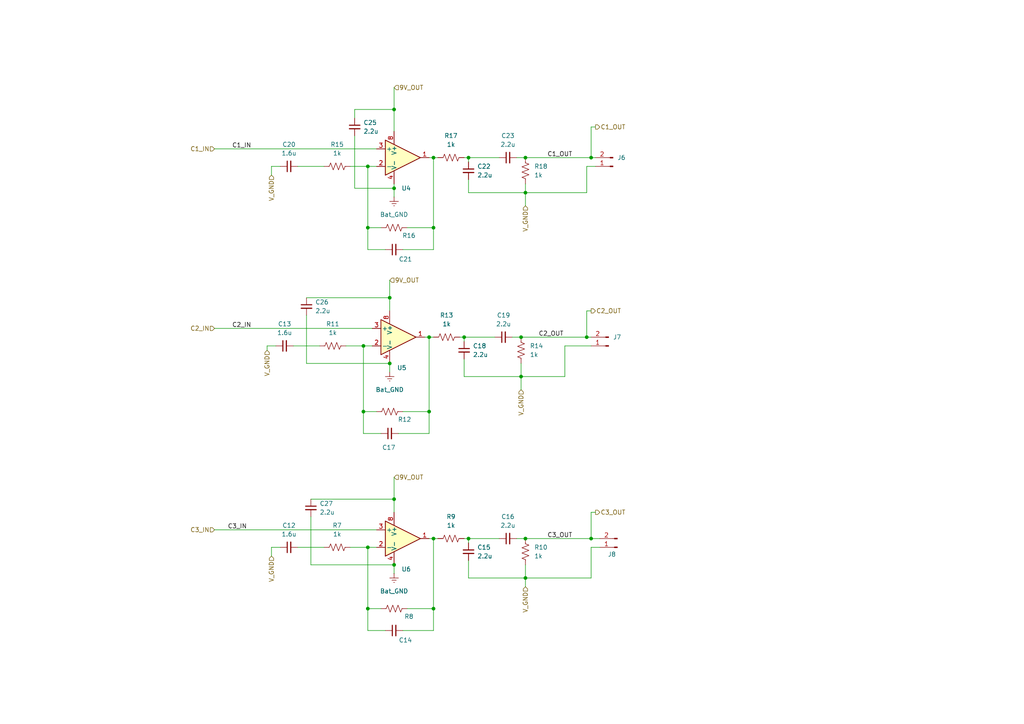
<source format=kicad_sch>
(kicad_sch (version 20250114) (generator "eeschema") (generator_version "9.0")
  (paper "A4")
  (lib_symbols
    (symbol "Connector:Conn_01x02_Pin" (pin_names (offset 1.016) (hide yes))
      (property "Reference" "J" (at 0 2.54 0))
      (property "Value" "Conn_01x02_Pin" (at 0 -5.08 0))
      (symbol "Conn_01x02_Pin_1_1"
        (rectangle (start 0.8636 0.127) (end 0 -0.127) (stroke (width 0.1524)) (fill (type outline)))
        (rectangle (start 0.8636 -2.413) (end 0 -2.667) (stroke (width 0.1524)) (fill (type outline)))
        (polyline (pts (xy 1.27 0) (xy 0.8636 0)) (stroke (width 0.1524)))
        (polyline (pts (xy 1.27 -2.54) (xy 0.8636 -2.54)) (stroke (width 0.1524)))
        (pin passive line (at 5.08 0 180) (length 3.81) (name "Pin_1") (number "1"))
        (pin passive line (at 5.08 -2.54 180) (length 3.81) (name "Pin_2") (number "2"))
      )
    )
    (symbol "Device:C_Small" (pin_numbers (hide yes)) (pin_names (offset 0.254) (hide yes))
      (property "Reference" "C" (at 0.254 1.778 0))
      (property "Value" "C_Small" (at 0.254 -2.032 0))
      (symbol "C_Small_0_1"
        (polyline (pts (xy -1.524 0.508) (xy 1.524 0.508)) (stroke (width 0.3048)))
        (polyline (pts (xy -1.524 -0.508) (xy 1.524 -0.508)) (stroke (width 0.3302)))
      )
      (symbol "C_Small_1_1"
        (pin passive line (at 0 2.54 270) (length 2.032) (name "~") (number "1"))
        (pin passive line (at 0 -2.54 90) (length 2.032) (name "~") (number "2"))
      )
    )
    (symbol "Device:R_US" (pin_numbers (hide yes)) (pin_names (offset 0))
      (property "Reference" "R" (at 2.54 0 90))
      (property "Value" "R_US" (at -2.54 0 90))
      (symbol "R_US_0_1"
        (polyline (pts (xy 0 2.286) (xy 0 2.54)))
        (polyline (pts (xy 0 2.286) (xy 1.016 1.905) (xy 0 1.524) (xy -1.016 1.143) (xy 0 0.762)))
        (polyline (pts (xy 0 0.762) (xy 1.016 0.381) (xy 0 0) (xy -1.016 -0.381) (xy 0 -0.762)))
        (polyline (pts (xy 0 -0.762) (xy 1.016 -1.143) (xy 0 -1.524) (xy -1.016 -1.905) (xy 0 -2.286)))
        (polyline (pts (xy 0 -2.286) (xy 0 -2.54)))
      )
      (symbol "R_US_1_1"
        (pin passive line (at 0 3.81 270) (length 1.27) (name "~") (number "1"))
        (pin passive line (at 0 -3.81 90) (length 1.27) (name "~") (number "2"))
      )
    )
    (symbol "OPAMP_1" (pin_names (offset 0.254))
      (property "Reference" "U3" (at 7.62 5.1502 0))
      (property "Value" "${SIM.PARAMS}" (at 7.62 3.2451 0))
      (symbol "OPAMP_1_0_1"
        (polyline (pts (xy 5.08 0) (xy -5.08 5.08) (xy -5.08 -5.08) (xy 5.08 0)) (stroke (width 0.254)) (fill (type background)))
      )
      (symbol "OPAMP_1_1_1"
        (pin input line (at -7.62 2.54 0) (length 2.54) (name "+") (number "3"))
        (pin input line (at -7.62 -2.54 0) (length 2.54) (name "-") (number "2"))
        (pin power_in line (at -2.54 7.62 270) (length 3.81) (name "V+") (number "8"))
        (pin power_in line (at -2.54 -7.62 90) (length 3.81) (name "V-") (number "4"))
        (pin output line (at 7.62 0 180) (length 2.54) (name "~") (number "1"))
      )
    )
    (symbol "power:GNDREF" (power) (pin_numbers (hide yes)) (pin_names (offset 0) (hide yes))
      (property "Value" "GNDREF" (at 0 -3.81 0))
      (symbol "GNDREF_0_1"
        (polyline (pts (xy -0.635 -1.905) (xy 0.635 -1.905)))
        (polyline (pts (xy -0.127 -2.54) (xy 0.127 -2.54)))
        (polyline (pts (xy 0 -1.27) (xy 0 0)))
        (polyline (pts (xy 1.27 -1.27) (xy -1.27 -1.27)))
      )
      (symbol "GNDREF_1_1"
        (pin power_in line (at 0 0 270) (length 0) (name "~") (number "1"))
      )
    )
  )
  (junction (at 171.45 45.72))
  (junction (at 105.41 100.33))
  (junction (at 124.46 97.79))
  (junction (at 151.13 97.79))
  (junction (at 125.73 176.53))
  (junction (at 152.4 156.21))
  (junction (at 151.13 109.22))
  (junction (at 152.4 55.88))
  (junction (at 114.3 54.61))
  (junction (at 152.4 167.64))
  (junction (at 113.03 105.41))
  (junction (at 105.41 119.38))
  (junction (at 135.89 45.72))
  (junction (at 135.89 156.21))
  (junction (at 125.73 45.72))
  (junction (at 106.68 48.26))
  (junction (at 106.68 176.53))
  (junction (at 171.45 156.21))
  (junction (at 106.68 158.75))
  (junction (at 152.4 45.72))
  (junction (at 170.18 97.79))
  (junction (at 124.46 119.38))
  (junction (at 106.68 66.04))
  (junction (at 125.73 156.21))
  (junction (at 114.3 31.75))
  (junction (at 114.3 163.83))
  (junction (at 114.3 144.78))
  (junction (at 125.73 66.04))
  (junction (at 134.62 97.79))
  (junction (at 113.03 86.36))
  (wire (pts (xy 171.45 158.75) (xy 173.99 158.75)))
  (wire (pts (xy 149.86 156.21) (xy 152.4 156.21)))
  (wire (pts (xy 105.41 100.33) (xy 105.41 119.38)))
  (wire (pts (xy 114.3 166.37) (xy 114.3 163.83)))
  (wire (pts (xy 152.4 59.69) (xy 152.4 55.88)))
  (wire (pts (xy 101.6 158.75) (xy 106.68 158.75)))
  (wire (pts (xy 151.13 109.22) (xy 163.83 109.22)))
  (wire (pts (xy 102.87 31.75) (xy 102.87 34.29)))
  (wire (pts (xy 78.74 48.26) (xy 78.74 50.8)))
  (wire (pts (xy 171.45 156.21) (xy 173.99 156.21)))
  (wire (pts (xy 170.18 55.88) (xy 170.18 48.26)))
  (wire (pts (xy 152.4 53.34) (xy 152.4 55.88)))
  (wire (pts (xy 151.13 105.41) (xy 151.13 109.22)))
  (wire (pts (xy 171.45 45.72) (xy 172.72 45.72)))
  (wire (pts (xy 134.62 97.79) (xy 134.62 99.06)))
  (wire (pts (xy 114.3 54.61) (xy 114.3 57.15)))
  (wire (pts (xy 113.03 107.95) (xy 113.03 105.41)))
  (wire (pts (xy 100.33 100.33) (xy 105.41 100.33)))
  (wire (pts (xy 106.68 66.04) (xy 110.49 66.04)))
  (wire (pts (xy 135.89 55.88) (xy 152.4 55.88)))
  (wire (pts (xy 125.73 156.21) (xy 127 156.21)))
  (wire (pts (xy 124.46 119.38) (xy 124.46 125.73)))
  (wire (pts (xy 106.68 182.88) (xy 111.76 182.88)))
  (wire (pts (xy 106.68 158.75) (xy 109.22 158.75)))
  (wire (pts (xy 124.46 97.79) (xy 124.46 119.38)))
  (wire (pts (xy 133.35 97.79) (xy 134.62 97.79)))
  (wire (pts (xy 106.68 72.39) (xy 111.76 72.39)))
  (wire (pts (xy 134.62 45.72) (xy 135.89 45.72)))
  (wire (pts (xy 114.3 54.61) (xy 102.87 54.61)))
  (wire (pts (xy 170.18 97.79) (xy 171.45 97.79)))
  (wire (pts (xy 118.11 176.53) (xy 125.73 176.53)))
  (wire (pts (xy 114.3 148.59) (xy 114.3 144.78)))
  (wire (pts (xy 172.72 36.83) (xy 171.45 36.83)))
  (wire (pts (xy 105.41 100.33) (xy 107.95 100.33)))
  (wire (pts (xy 171.45 36.83) (xy 171.45 45.72)))
  (wire (pts (xy 170.18 48.26) (xy 172.72 48.26)))
  (wire (pts (xy 114.3 138.43) (xy 114.3 144.78)))
  (wire (pts (xy 85.09 100.33) (xy 92.71 100.33)))
  (wire (pts (xy 170.18 90.17) (xy 170.18 97.79)))
  (wire (pts (xy 135.89 167.64) (xy 152.4 167.64)))
  (wire (pts (xy 152.4 167.64) (xy 171.45 167.64)))
  (wire (pts (xy 116.84 119.38) (xy 124.46 119.38)))
  (wire (pts (xy 113.03 90.17) (xy 113.03 86.36)))
  (wire (pts (xy 125.73 66.04) (xy 125.73 72.39)))
  (wire (pts (xy 86.36 158.75) (xy 93.98 158.75)))
  (wire (pts (xy 62.23 153.67) (xy 109.22 153.67)))
  (wire (pts (xy 134.62 156.21) (xy 135.89 156.21)))
  (wire (pts (xy 114.3 38.1) (xy 114.3 31.75)))
  (wire (pts (xy 163.83 100.33) (xy 163.83 109.22)))
  (wire (pts (xy 171.45 148.59) (xy 172.72 148.59)))
  (wire (pts (xy 106.68 48.26) (xy 106.68 66.04)))
  (wire (pts (xy 77.47 100.33) (xy 77.47 101.6)))
  (wire (pts (xy 106.68 48.26) (xy 109.22 48.26)))
  (wire (pts (xy 149.86 45.72) (xy 152.4 45.72)))
  (wire (pts (xy 152.4 55.88) (xy 170.18 55.88)))
  (wire (pts (xy 152.4 163.83) (xy 152.4 167.64)))
  (wire (pts (xy 106.68 158.75) (xy 106.68 176.53)))
  (wire (pts (xy 106.68 176.53) (xy 106.68 182.88)))
  (wire (pts (xy 171.45 167.64) (xy 171.45 158.75)))
  (wire (pts (xy 88.9 91.44) (xy 88.9 105.41)))
  (wire (pts (xy 114.3 53.34) (xy 114.3 54.61)))
  (wire (pts (xy 118.11 66.04) (xy 125.73 66.04)))
  (wire (pts (xy 152.4 45.72) (xy 171.45 45.72)))
  (wire (pts (xy 113.03 81.28) (xy 113.03 86.36)))
  (wire (pts (xy 114.3 31.75) (xy 102.87 31.75)))
  (wire (pts (xy 105.41 125.73) (xy 110.49 125.73)))
  (wire (pts (xy 151.13 109.22) (xy 134.62 109.22)))
  (wire (pts (xy 81.28 48.26) (xy 78.74 48.26)))
  (wire (pts (xy 151.13 113.03) (xy 151.13 109.22)))
  (wire (pts (xy 125.73 176.53) (xy 125.73 182.88)))
  (wire (pts (xy 106.68 176.53) (xy 110.49 176.53)))
  (wire (pts (xy 90.17 144.78) (xy 114.3 144.78)))
  (wire (pts (xy 116.84 182.88) (xy 125.73 182.88)))
  (wire (pts (xy 135.89 45.72) (xy 144.78 45.72)))
  (wire (pts (xy 152.4 170.18) (xy 152.4 167.64)))
  (wire (pts (xy 90.17 149.86) (xy 90.17 163.83)))
  (wire (pts (xy 81.28 158.75) (xy 78.74 158.75)))
  (wire (pts (xy 134.62 97.79) (xy 143.51 97.79)))
  (wire (pts (xy 78.74 158.75) (xy 78.74 161.29)))
  (wire (pts (xy 124.46 97.79) (xy 125.73 97.79)))
  (wire (pts (xy 102.87 39.37) (xy 102.87 54.61)))
  (wire (pts (xy 80.01 100.33) (xy 77.47 100.33)))
  (wire (pts (xy 125.73 45.72) (xy 125.73 66.04)))
  (wire (pts (xy 125.73 156.21) (xy 125.73 176.53)))
  (wire (pts (xy 101.6 48.26) (xy 106.68 48.26)))
  (wire (pts (xy 62.23 95.25) (xy 107.95 95.25)))
  (wire (pts (xy 135.89 156.21) (xy 144.78 156.21)))
  (wire (pts (xy 124.46 156.21) (xy 125.73 156.21)))
  (wire (pts (xy 105.41 119.38) (xy 109.22 119.38)))
  (wire (pts (xy 113.03 105.41) (xy 88.9 105.41)))
  (wire (pts (xy 90.17 163.83) (xy 114.3 163.83)))
  (wire (pts (xy 125.73 45.72) (xy 127 45.72)))
  (wire (pts (xy 135.89 156.21) (xy 135.89 157.48)))
  (wire (pts (xy 116.84 72.39) (xy 125.73 72.39)))
  (wire (pts (xy 135.89 162.56) (xy 135.89 167.64)))
  (wire (pts (xy 123.19 97.79) (xy 124.46 97.79)))
  (wire (pts (xy 113.03 86.36) (xy 88.9 86.36)))
  (wire (pts (xy 135.89 45.72) (xy 135.89 46.99)))
  (wire (pts (xy 152.4 156.21) (xy 171.45 156.21)))
  (wire (pts (xy 135.89 52.07) (xy 135.89 55.88)))
  (wire (pts (xy 171.45 156.21) (xy 171.45 148.59)))
  (wire (pts (xy 134.62 104.14) (xy 134.62 109.22)))
  (wire (pts (xy 105.41 119.38) (xy 105.41 125.73)))
  (wire (pts (xy 114.3 25.4) (xy 114.3 31.75)))
  (wire (pts (xy 109.22 43.18) (xy 62.23 43.18)))
  (wire (pts (xy 106.68 66.04) (xy 106.68 72.39)))
  (wire (pts (xy 148.59 97.79) (xy 151.13 97.79)))
  (wire (pts (xy 170.18 90.17) (xy 171.45 90.17)))
  (wire (pts (xy 170.18 97.79) (xy 151.13 97.79)))
  (wire (pts (xy 86.36 48.26) (xy 93.98 48.26)))
  (wire (pts (xy 115.57 125.73) (xy 124.46 125.73)))
  (wire (pts (xy 171.45 100.33) (xy 163.83 100.33)))
  (wire (pts (xy 124.46 45.72) (xy 125.73 45.72)))
  (label "C3_OUT" (at 158.75 156.21 0))
  (label "C2_IN" (at 67.31 95.25 0))
  (label "C3_IN" (at 66.04 153.67 0))
  (label "C1_OUT" (at 158.75 45.72 0))
  (label "C1_IN" (at 67.31 43.18 0))
  (label "C2_OUT" (at 156.21 97.79 0))
  (hierarchical_label "V_GND" (shape input) (at 77.47 101.6 270))
  (hierarchical_label "V_GND" (shape input) (at 151.13 113.03 270))
  (hierarchical_label "C2_IN" (shape input) (at 62.23 95.25 180))
  (hierarchical_label "C2_OUT" (shape output) (at 171.45 90.17 0))
  (hierarchical_label "9V_OUT" (shape input) (at 113.03 81.28 0))
  (hierarchical_label "V_GND" (shape input) (at 152.4 59.69 270))
  (hierarchical_label "V_GND" (shape input) (at 78.74 161.29 270))
  (hierarchical_label "C1_OUT" (shape output) (at 172.72 36.83 0))
  (hierarchical_label "V_GND" (shape input) (at 78.74 50.8 270))
  (hierarchical_label "C1_IN" (shape input) (at 62.23 43.18 180))
  (hierarchical_label "9V_OUT" (shape input) (at 114.3 138.43 0))
  (hierarchical_label "C3_IN" (shape input) (at 62.23 153.67 180))
  (hierarchical_label "9V_OUT" (shape input) (at 114.3 25.4 0))
  (hierarchical_label "C3_OUT" (shape output) (at 172.72 148.59 0))
  (hierarchical_label "V_GND" (shape input) (at 152.4 170.18 270))
  (symbol (lib_id "power:GNDREF") (at 114.3 166.37 0) (unit 1)
    (property "Reference" "#PWR036" (effects (hide yes)))
    (property "Value" "Bat_GND" (at 114.3 171.45 0))
    (property "Description" "Power symbol creates a global label with name \"GNDREF\" , reference supply ground" (effects (hide yes)))
  )
  (symbol (lib_id "Device:R_US") (at 130.81 45.72 90) (unit 1)
    (property "Reference" "R17" (at 130.81 39.37 90))
    (property "Value" "1k" (at 130.81 41.91 90))
    (property "Footprint" "Resistor_SMD:R_0805_2012Metric_Pad1.20x1.40mm_HandSolder" (effects (hide yes)))
    (property "Description" "Resistor, US symbol" (effects (hide yes)))
  )
  (symbol (lib_id "Device:C_Small") (at 135.89 160.02 0) (unit 1)
    (property "Reference" "C15" (at 138.43 158.7562 0) (effects (justify left)))
    (property "Value" "2.2u" (at 138.43 161.2962 0) (effects (justify left)))
    (property "Footprint" "Capacitor_SMD:C_0805_2012Metric_Pad1.18x1.45mm_HandSolder" (effects (hide yes)))
    (property "Description" "Unpolarized capacitor, small symbol" (effects (hide yes)))
  )
  (symbol (lib_id "Device:C_Small") (at 147.32 156.21 90) (unit 1)
    (property "Reference" "C16" (at 147.3263 149.86 90))
    (property "Value" "2.2u" (at 147.3263 152.4 90))
    (property "Footprint" "Capacitor_SMD:C_0805_2012Metric_Pad1.18x1.45mm_HandSolder" (effects (hide yes)))
    (property "Description" "Unpolarized capacitor, small symbol" (effects (hide yes)))
  )
  (symbol (lib_id "Device:R_US") (at 151.13 101.6 180) (unit 1)
    (property "Reference" "R14" (at 153.67 100.3299 0) (effects (justify right)))
    (property "Value" "1k" (at 153.67 102.8699 0) (effects (justify right)))
    (property "Footprint" "Resistor_SMD:R_0805_2012Metric_Pad1.20x1.40mm_HandSolder" (effects (hide yes)))
    (property "Description" "Resistor, US symbol" (effects (hide yes)))
  )
  (symbol (lib_name "OPAMP_1") (lib_id "Simulation_SPICE:OPAMP") (at 116.84 45.72 0) (unit 1)
    (property "Reference" "U4" (at 116.4433 54.61 0) (effects (justify left)))
    (property "Value" "${SIM.PARAMS}" (at 116.4433 52.07 0) (effects (justify left)))
    (property "Footprint" "Package_SO:TL072ACP" (effects (hide yes)))
    (property "Datasheet" "https://ngspice.sourceforge.io/docs/ngspice-html-manual/manual.xhtml#sec__SUBCKT_Subcircuits" (effects (hide yes)))
    (property "Description" "Operational amplifier, single" (effects (hide yes)))
    (property "Sim.Pins" "1=in+ 2=in- 3=vcc 4=vee 5=out" (effects (hide yes)))
    (property "Sim.Device" "SUBCKT" (effects (hide yes)))
    (property "Sim.Library" "${KICAD8_SYMBOL_DIR}/Simulation_SPICE.sp" (effects (hide yes)))
    (property "Sim.Name" "kicad_builtin_opamp" (effects (hide yes)))
  )
  (symbol (lib_name "OPAMP_1") (lib_id "Simulation_SPICE:OPAMP") (at 115.57 97.79 0) (unit 1)
    (property "Reference" "U5" (at 115.1733 106.68 0) (effects (justify left)))
    (property "Value" "${SIM.PARAMS}" (at 115.1733 104.14 0) (effects (justify left)))
    (property "Footprint" "Package_SO:TL072ACP" (effects (hide yes)))
    (property "Datasheet" "https://ngspice.sourceforge.io/docs/ngspice-html-manual/manual.xhtml#sec__SUBCKT_Subcircuits" (effects (hide yes)))
    (property "Description" "Operational amplifier, single" (effects (hide yes)))
    (property "Sim.Pins" "1=in+ 2=in- 3=vcc 4=vee 5=out" (effects (hide yes)))
    (property "Sim.Device" "SUBCKT" (effects (hide yes)))
    (property "Sim.Library" "${KICAD8_SYMBOL_DIR}/Simulation_SPICE.sp" (effects (hide yes)))
    (property "Sim.Name" "kicad_builtin_opamp" (effects (hide yes)))
  )
  (symbol (lib_id "Device:R_US") (at 97.79 48.26 90) (unit 1)
    (property "Reference" "R15" (at 97.79 41.91 90))
    (property "Value" "1k" (at 97.79 44.45 90))
    (property "Footprint" "Resistor_SMD:R_0805_2012Metric_Pad1.20x1.40mm_HandSolder" (effects (hide yes)))
    (property "Description" "Resistor, US symbol" (effects (hide yes)))
  )
  (symbol (lib_name "OPAMP_1") (lib_id "Simulation_SPICE:OPAMP") (at 116.84 156.21 0) (unit 1)
    (property "Reference" "U6" (at 116.4433 165.1 0) (effects (justify left)))
    (property "Value" "${SIM.PARAMS}" (at 116.4433 162.56 0) (effects (justify left)))
    (property "Footprint" "Package_SO:TL072ACP" (effects (hide yes)))
    (property "Datasheet" "https://ngspice.sourceforge.io/docs/ngspice-html-manual/manual.xhtml#sec__SUBCKT_Subcircuits" (effects (hide yes)))
    (property "Description" "Operational amplifier, single" (effects (hide yes)))
    (property "Sim.Pins" "1=in+ 2=in- 3=vcc 4=vee 5=out" (effects (hide yes)))
    (property "Sim.Device" "SUBCKT" (effects (hide yes)))
    (property "Sim.Library" "${KICAD8_SYMBOL_DIR}/Simulation_SPICE.sp" (effects (hide yes)))
    (property "Sim.Name" "kicad_builtin_opamp" (effects (hide yes)))
  )
  (symbol (lib_id "Device:R_US") (at 152.4 160.02 180) (unit 1)
    (property "Reference" "R10" (at 154.94 158.7499 0) (effects (justify right)))
    (property "Value" "1k" (at 154.94 161.2899 0) (effects (justify right)))
    (property "Footprint" "Resistor_SMD:R_0805_2012Metric_Pad1.20x1.40mm_HandSolder" (effects (hide yes)))
    (property "Description" "Resistor, US symbol" (effects (hide yes)))
  )
  (symbol (lib_id "Device:R_US") (at 97.79 158.75 90) (unit 1)
    (property "Reference" "R7" (at 97.79 152.4 90))
    (property "Value" "1k" (at 97.79 154.94 90))
    (property "Footprint" "Resistor_SMD:R_0805_2012Metric_Pad1.20x1.40mm_HandSolder" (effects (hide yes)))
    (property "Description" "Resistor, US symbol" (effects (hide yes)))
  )
  (symbol (lib_id "Device:R_US") (at 130.81 156.21 90) (unit 1)
    (property "Reference" "R9" (at 130.81 149.86 90))
    (property "Value" "1k" (at 130.81 152.4 90))
    (property "Footprint" "Resistor_SMD:R_0805_2012Metric_Pad1.20x1.40mm_HandSolder" (effects (hide yes)))
    (property "Description" "Resistor, US symbol" (effects (hide yes)))
  )
  (symbol (lib_id "Connector:Conn_01x02_Pin") (at 176.53 100.33 180) (unit 1)
    (property "Reference" "J7" (at 177.8 97.7899 0) (effects (justify right)))
    (property "Value" "Conn_01x02_Pin" (effects (hide yes)))
    (property "Footprint" "Connector_Wire:SolderWire-0.5sqmm_1x02_P4.6mm_D0.9mm_OD2.1mm" (effects (hide yes)))
    (property "Description" "Generic connector, single row, 01x02, script generated" (effects (hide yes)))
  )
  (symbol (lib_id "Device:C_Small") (at 113.03 125.73 90) (unit 1)
    (property "Reference" "C17" (at 112.776 129.794 90))
    (property "Value" ".1u" (effects (hide yes)))
    (property "Footprint" "Capacitor_SMD:C_0805_2012Metric_Pad1.18x1.45mm_HandSolder" (effects (hide yes)))
    (property "Description" "Unpolarized capacitor, small symbol" (effects (hide yes)))
  )
  (symbol (lib_id "Device:R_US") (at 114.3 176.53 90) (unit 1)
    (property "Reference" "R8" (at 118.618 178.816 90))
    (property "Value" "200k" (effects (hide yes)))
    (property "Footprint" "Resistor_SMD:R_0805_2012Metric_Pad1.20x1.40mm_HandSolder" (effects (hide yes)))
    (property "Description" "Resistor, US symbol" (effects (hide yes)))
  )
  (symbol (lib_id "power:GNDREF") (at 114.3 57.15 0) (unit 1)
    (property "Reference" "#PWR034" (effects (hide yes)))
    (property "Value" "Bat_GND" (at 114.3 62.23 0))
    (property "Description" "Power symbol creates a global label with name \"GNDREF\" , reference supply ground" (effects (hide yes)))
  )
  (symbol (lib_id "Device:R_US") (at 152.4 49.53 180) (unit 1)
    (property "Reference" "R18" (at 154.94 48.2599 0) (effects (justify right)))
    (property "Value" "1k" (at 154.94 50.7999 0) (effects (justify right)))
    (property "Footprint" "Resistor_SMD:R_0805_2012Metric_Pad1.20x1.40mm_HandSolder" (effects (hide yes)))
    (property "Description" "Resistor, US symbol" (effects (hide yes)))
  )
  (symbol (lib_id "power:GNDREF") (at 113.03 107.95 0) (unit 1)
    (property "Reference" "#PWR035" (effects (hide yes)))
    (property "Value" "Bat_GND" (at 113.03 113.03 0))
    (property "Description" "Power symbol creates a global label with name \"GNDREF\" , reference supply ground" (effects (hide yes)))
  )
  (symbol (lib_id "Device:C_Small") (at 90.17 147.32 0) (unit 1)
    (property "Reference" "C27" (at 92.71 146.0562 0) (effects (justify left)))
    (property "Value" "2.2u" (at 92.71 148.5962 0) (effects (justify left)))
    (property "Footprint" "Capacitor_SMD:C_0805_2012Metric_Pad1.18x1.45mm_HandSolder" (effects (hide yes)))
    (property "Description" "Unpolarized capacitor, small symbol" (effects (hide yes)))
  )
  (symbol (lib_id "Device:C_Small") (at 135.89 49.53 0) (unit 1)
    (property "Reference" "C22" (at 138.43 48.2662 0) (effects (justify left)))
    (property "Value" "2.2u" (at 138.43 50.8062 0) (effects (justify left)))
    (property "Footprint" "Capacitor_SMD:C_0805_2012Metric_Pad1.18x1.45mm_HandSolder" (effects (hide yes)))
    (property "Description" "Unpolarized capacitor, small symbol" (effects (hide yes)))
  )
  (symbol (lib_id "Device:C_Small") (at 88.9 88.9 0) (unit 1)
    (property "Reference" "C26" (at 91.44 87.6362 0) (effects (justify left)))
    (property "Value" "2.2u" (at 91.44 90.1762 0) (effects (justify left)))
    (property "Footprint" "Capacitor_SMD:C_0805_2012Metric_Pad1.18x1.45mm_HandSolder" (effects (hide yes)))
    (property "Description" "Unpolarized capacitor, small symbol" (effects (hide yes)))
  )
  (symbol (lib_id "Device:C_Small") (at 83.82 158.75 90) (unit 1)
    (property "Reference" "C12" (at 83.8263 152.4 90))
    (property "Value" "1.6u" (at 83.8263 154.94 90))
    (property "Footprint" "Capacitor_SMD:C_0805_2012Metric_Pad1.18x1.45mm_HandSolder" (effects (hide yes)))
    (property "Description" "Unpolarized capacitor, small symbol" (effects (hide yes)))
  )
  (symbol (lib_id "Device:C_Small") (at 146.05 97.79 90) (unit 1)
    (property "Reference" "C19" (at 146.0563 91.44 90))
    (property "Value" "2.2u" (at 146.0563 93.98 90))
    (property "Footprint" "Capacitor_SMD:C_0805_2012Metric_Pad1.18x1.45mm_HandSolder" (effects (hide yes)))
    (property "Description" "Unpolarized capacitor, small symbol" (effects (hide yes)))
  )
  (symbol (lib_id "Device:R_US") (at 113.03 119.38 90) (unit 1)
    (property "Reference" "R12" (at 117.348 121.666 90))
    (property "Value" "200k" (effects (hide yes)))
    (property "Footprint" "Resistor_SMD:R_0805_2012Metric_Pad1.20x1.40mm_HandSolder" (effects (hide yes)))
    (property "Description" "Resistor, US symbol" (effects (hide yes)))
  )
  (symbol (lib_id "Device:C_Small") (at 147.32 45.72 90) (unit 1)
    (property "Reference" "C23" (at 147.3263 39.37 90))
    (property "Value" "2.2u" (at 147.3263 41.91 90))
    (property "Footprint" "Capacitor_SMD:C_0805_2012Metric_Pad1.18x1.45mm_HandSolder" (effects (hide yes)))
    (property "Description" "Unpolarized capacitor, small symbol" (effects (hide yes)))
  )
  (symbol (lib_id "Device:C_Small") (at 114.3 72.39 90) (unit 1)
    (property "Reference" "C21" (at 117.602 75.184 90))
    (property "Value" ".1u" (effects (hide yes)))
    (property "Footprint" "Capacitor_SMD:C_0805_2012Metric_Pad1.18x1.45mm_HandSolder" (effects (hide yes)))
    (property "Description" "Unpolarized capacitor, small symbol" (effects (hide yes)))
  )
  (symbol (lib_id "Device:R_US") (at 114.3 66.04 90) (unit 1)
    (property "Reference" "R16" (at 118.618 68.326 90))
    (property "Value" "200k" (effects (hide yes)))
    (property "Footprint" "Resistor_SMD:R_0805_2012Metric_Pad1.20x1.40mm_HandSolder" (effects (hide yes)))
    (property "Description" "Resistor, US symbol" (effects (hide yes)))
  )
  (symbol (lib_id "Device:R_US") (at 96.52 100.33 90) (unit 1)
    (property "Reference" "R11" (at 96.52 93.98 90))
    (property "Value" "1k" (at 96.52 96.52 90))
    (property "Footprint" "Resistor_SMD:R_0805_2012Metric_Pad1.20x1.40mm_HandSolder" (effects (hide yes)))
    (property "Description" "Resistor, US symbol" (effects (hide yes)))
  )
  (symbol (lib_id "Device:R_US") (at 129.54 97.79 90) (unit 1)
    (property "Reference" "R13" (at 129.54 91.44 90))
    (property "Value" "1k" (at 129.54 93.98 90))
    (property "Footprint" "Resistor_SMD:R_0805_2012Metric_Pad1.20x1.40mm_HandSolder" (effects (hide yes)))
    (property "Description" "Resistor, US symbol" (effects (hide yes)))
  )
  (symbol (lib_id "Connector:Conn_01x02_Pin") (at 177.8 48.26 180) (unit 1)
    (property "Reference" "J6" (at 179.07 45.7199 0) (effects (justify right)))
    (property "Value" "Conn_01x02_Pin" (effects (hide yes)))
    (property "Footprint" "Connector_Wire:SolderWire-0.5sqmm_1x02_P4.6mm_D0.9mm_OD2.1mm" (effects (hide yes)))
    (property "Description" "Generic connector, single row, 01x02, script generated" (effects (hide yes)))
  )
  (symbol (lib_id "Device:C_Small") (at 114.3 182.88 90) (unit 1)
    (property "Reference" "C14" (at 117.602 185.674 90))
    (property "Value" ".1u" (effects (hide yes)))
    (property "Footprint" "Capacitor_SMD:C_0805_2012Metric_Pad1.18x1.45mm_HandSolder" (effects (hide yes)))
    (property "Description" "Unpolarized capacitor, small symbol" (effects (hide yes)))
  )
  (symbol (lib_id "Device:C_Small") (at 134.62 101.6 0) (unit 1)
    (property "Reference" "C18" (at 137.16 100.3362 0) (effects (justify left)))
    (property "Value" "2.2u" (at 137.16 102.8762 0) (effects (justify left)))
    (property "Footprint" "Capacitor_SMD:C_0805_2012Metric_Pad1.18x1.45mm_HandSolder" (effects (hide yes)))
    (property "Description" "Unpolarized capacitor, small symbol" (effects (hide yes)))
  )
  (symbol (lib_id "Connector:Conn_01x02_Pin") (at 179.07 158.75 180) (unit 1)
    (property "Reference" "J8" (at 176.276 160.782 0) (effects (justify right)))
    (property "Value" "Conn_01x02_Pin" (effects (hide yes)))
    (property "Footprint" "Connector_Wire:SolderWire-0.5sqmm_1x02_P4.6mm_D0.9mm_OD2.1mm" (effects (hide yes)))
    (property "Description" "Generic connector, single row, 01x02, script generated" (effects (hide yes)))
  )
  (symbol (lib_id "Device:C_Small") (at 82.55 100.33 90) (unit 1)
    (property "Reference" "C13" (at 82.5563 93.98 90))
    (property "Value" "1.6u" (at 82.5563 96.52 90))
    (property "Footprint" "Capacitor_SMD:C_0805_2012Metric_Pad1.18x1.45mm_HandSolder" (effects (hide yes)))
    (property "Description" "Unpolarized capacitor, small symbol" (effects (hide yes)))
  )
  (symbol (lib_id "Device:C_Small") (at 83.82 48.26 90) (unit 1)
    (property "Reference" "C20" (at 83.8263 41.91 90))
    (property "Value" "1.6u" (at 83.8263 44.45 90))
    (property "Footprint" "Capacitor_SMD:C_0805_2012Metric_Pad1.18x1.45mm_HandSolder" (effects (hide yes)))
    (property "Description" "Unpolarized capacitor, small symbol" (effects (hide yes)))
  )
  (symbol (lib_id "Device:C_Small") (at 102.87 36.83 0) (unit 1)
    (property "Reference" "C25" (at 105.41 35.5662 0) (effects (justify left)))
    (property "Value" "2.2u" (at 105.41 38.1062 0) (effects (justify left)))
    (property "Footprint" "Capacitor_SMD:C_0805_2012Metric_Pad1.18x1.45mm_HandSolder" (effects (hide yes)))
    (property "Description" "Unpolarized capacitor, small symbol" (effects (hide yes)))
  )
)
</source>
